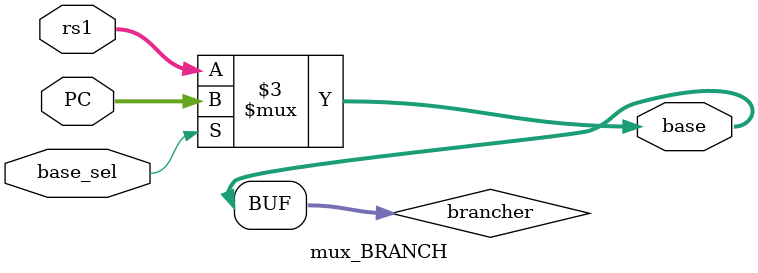
<source format=v>
`timescale 1ns / 1ps


module mux_BRANCH(
input base_sel,
input [31:0] PC, rs1,

output [31:0] base
    );
    //JAL jumps from PC address, and JALR jumps from rs1
    
    reg [31:0] brancher;
    assign base = brancher;
    always @(*) begin
        brancher = (base_sel == 1) ? PC: rs1;
    end
endmodule

</source>
